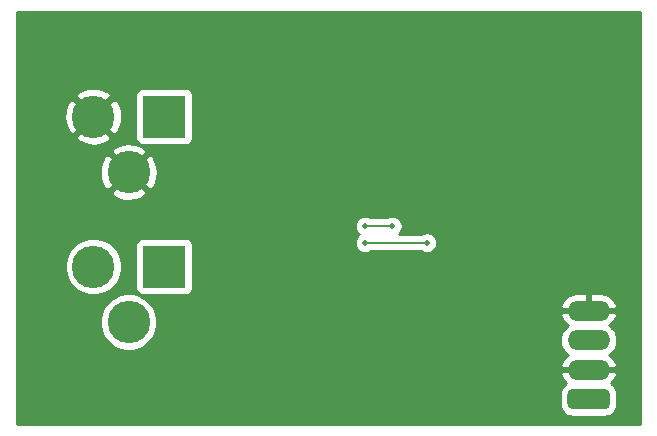
<source format=gbr>
%TF.GenerationSoftware,KiCad,Pcbnew,(5.1.6)-1*%
%TF.CreationDate,2020-10-06T11:55:27-05:00*%
%TF.ProjectId,desk_lamp,6465736b-5f6c-4616-9d70-2e6b69636164,rev?*%
%TF.SameCoordinates,Original*%
%TF.FileFunction,Copper,L2,Bot*%
%TF.FilePolarity,Positive*%
%FSLAX46Y46*%
G04 Gerber Fmt 4.6, Leading zero omitted, Abs format (unit mm)*
G04 Created by KiCad (PCBNEW (5.1.6)-1) date 2020-10-06 11:55:27*
%MOMM*%
%LPD*%
G01*
G04 APERTURE LIST*
%TA.AperFunction,ComponentPad*%
%ADD10C,3.600000*%
%TD*%
%TA.AperFunction,ComponentPad*%
%ADD11R,3.600000X3.600000*%
%TD*%
%TA.AperFunction,ComponentPad*%
%ADD12O,3.600000X1.700000*%
%TD*%
%TA.AperFunction,ViaPad*%
%ADD13C,0.508000*%
%TD*%
%TA.AperFunction,ViaPad*%
%ADD14C,1.000000*%
%TD*%
%TA.AperFunction,Conductor*%
%ADD15C,0.203200*%
%TD*%
%TA.AperFunction,Conductor*%
%ADD16C,0.254000*%
%TD*%
G04 APERTURE END LIST*
D10*
%TO.P,J2,3*%
%TO.N,Net-(J2-Pad2)*%
X60754000Y-47626000D03*
%TO.P,J2,2*%
X57754000Y-42926000D03*
D11*
%TO.P,J2,1*%
%TO.N,+12V*%
X63754000Y-42926000D03*
%TD*%
D10*
%TO.P,J1,3*%
%TO.N,GND*%
X60754000Y-34926000D03*
%TO.P,J1,2*%
X57754000Y-30226000D03*
D11*
%TO.P,J1,1*%
%TO.N,+12V*%
X63754000Y-30226000D03*
%TD*%
D12*
%TO.P,J3,4*%
%TO.N,GND*%
X99695000Y-46649000D03*
%TO.P,J3,3*%
%TO.N,I_SW1*%
X99695000Y-49149000D03*
%TO.P,J3,2*%
%TO.N,GND*%
X99695000Y-51649000D03*
%TO.P,J3,1*%
%TO.N,I_SW0*%
%TA.AperFunction,ComponentPad*%
G36*
G01*
X101070000Y-54999000D02*
X98320000Y-54999000D01*
G75*
G02*
X97895000Y-54574000I0J425000D01*
G01*
X97895000Y-53724000D01*
G75*
G02*
X98320000Y-53299000I425000J0D01*
G01*
X101070000Y-53299000D01*
G75*
G02*
X101495000Y-53724000I0J-425000D01*
G01*
X101495000Y-54574000D01*
G75*
G02*
X101070000Y-54999000I-425000J0D01*
G01*
G37*
%TD.AperFunction*%
%TD*%
D13*
%TO.N,GND*%
X100203000Y-25527000D03*
X86309200Y-25577800D03*
D14*
X67437000Y-42037000D03*
D13*
X70358000Y-32258000D03*
X78486000Y-39497000D03*
X72263000Y-36068000D03*
%TO.N,+3V3*%
X80772000Y-39497000D03*
X83058000Y-39497000D03*
%TO.N,Lamp_Control*%
X85979000Y-40894000D03*
X80772000Y-40894000D03*
%TD*%
D15*
%TO.N,+3V3*%
X80772000Y-39497000D02*
X83058000Y-39497000D01*
%TO.N,Lamp_Control*%
X85979000Y-40894000D02*
X80772000Y-40894000D01*
%TD*%
D16*
%TO.N,GND*%
G36*
X104013000Y-56261000D02*
G01*
X51308000Y-56261000D01*
X51308000Y-53724000D01*
X97256928Y-53724000D01*
X97256928Y-54574000D01*
X97277355Y-54781395D01*
X97337850Y-54980820D01*
X97436088Y-55164611D01*
X97568295Y-55325705D01*
X97729389Y-55457912D01*
X97913180Y-55556150D01*
X98112605Y-55616645D01*
X98320000Y-55637072D01*
X101070000Y-55637072D01*
X101277395Y-55616645D01*
X101476820Y-55556150D01*
X101660611Y-55457912D01*
X101821705Y-55325705D01*
X101953912Y-55164611D01*
X102052150Y-54980820D01*
X102112645Y-54781395D01*
X102133072Y-54574000D01*
X102133072Y-53724000D01*
X102112645Y-53516605D01*
X102052150Y-53317180D01*
X101953912Y-53133389D01*
X101821705Y-52972295D01*
X101660611Y-52840088D01*
X101587889Y-52801217D01*
X101784857Y-52609252D01*
X101950291Y-52368426D01*
X102065563Y-52099953D01*
X102086476Y-52005890D01*
X101965155Y-51776000D01*
X99822000Y-51776000D01*
X99822000Y-51796000D01*
X99568000Y-51796000D01*
X99568000Y-51776000D01*
X97424845Y-51776000D01*
X97303524Y-52005890D01*
X97324437Y-52099953D01*
X97439709Y-52368426D01*
X97605143Y-52609252D01*
X97802111Y-52801217D01*
X97729389Y-52840088D01*
X97568295Y-52972295D01*
X97436088Y-53133389D01*
X97337850Y-53317180D01*
X97277355Y-53516605D01*
X97256928Y-53724000D01*
X51308000Y-53724000D01*
X51308000Y-47386173D01*
X58319000Y-47386173D01*
X58319000Y-47865827D01*
X58412576Y-48336263D01*
X58596131Y-48779405D01*
X58862612Y-49178222D01*
X59201778Y-49517388D01*
X59600595Y-49783869D01*
X60043737Y-49967424D01*
X60514173Y-50061000D01*
X60993827Y-50061000D01*
X61464263Y-49967424D01*
X61907405Y-49783869D01*
X62306222Y-49517388D01*
X62645388Y-49178222D01*
X62664913Y-49149000D01*
X97252815Y-49149000D01*
X97281487Y-49440111D01*
X97366401Y-49720034D01*
X97504294Y-49978014D01*
X97689866Y-50204134D01*
X97915986Y-50389706D01*
X97940560Y-50402841D01*
X97814381Y-50484824D01*
X97605143Y-50688748D01*
X97439709Y-50929574D01*
X97324437Y-51198047D01*
X97303524Y-51292110D01*
X97424845Y-51522000D01*
X99568000Y-51522000D01*
X99568000Y-51502000D01*
X99822000Y-51502000D01*
X99822000Y-51522000D01*
X101965155Y-51522000D01*
X102086476Y-51292110D01*
X102065563Y-51198047D01*
X101950291Y-50929574D01*
X101784857Y-50688748D01*
X101575619Y-50484824D01*
X101449440Y-50402841D01*
X101474014Y-50389706D01*
X101700134Y-50204134D01*
X101885706Y-49978014D01*
X102023599Y-49720034D01*
X102108513Y-49440111D01*
X102137185Y-49149000D01*
X102108513Y-48857889D01*
X102023599Y-48577966D01*
X101885706Y-48319986D01*
X101700134Y-48093866D01*
X101474014Y-47908294D01*
X101449440Y-47895159D01*
X101575619Y-47813176D01*
X101784857Y-47609252D01*
X101950291Y-47368426D01*
X102065563Y-47099953D01*
X102086476Y-47005890D01*
X101965155Y-46776000D01*
X99822000Y-46776000D01*
X99822000Y-46796000D01*
X99568000Y-46796000D01*
X99568000Y-46776000D01*
X97424845Y-46776000D01*
X97303524Y-47005890D01*
X97324437Y-47099953D01*
X97439709Y-47368426D01*
X97605143Y-47609252D01*
X97814381Y-47813176D01*
X97940560Y-47895159D01*
X97915986Y-47908294D01*
X97689866Y-48093866D01*
X97504294Y-48319986D01*
X97366401Y-48577966D01*
X97281487Y-48857889D01*
X97252815Y-49149000D01*
X62664913Y-49149000D01*
X62911869Y-48779405D01*
X63095424Y-48336263D01*
X63189000Y-47865827D01*
X63189000Y-47386173D01*
X63095424Y-46915737D01*
X62911869Y-46472595D01*
X62791273Y-46292110D01*
X97303524Y-46292110D01*
X97424845Y-46522000D01*
X99568000Y-46522000D01*
X99568000Y-45164000D01*
X99822000Y-45164000D01*
X99822000Y-46522000D01*
X101965155Y-46522000D01*
X102086476Y-46292110D01*
X102065563Y-46198047D01*
X101950291Y-45929574D01*
X101784857Y-45688748D01*
X101575619Y-45484824D01*
X101330618Y-45325639D01*
X101059269Y-45217310D01*
X100772000Y-45164000D01*
X99822000Y-45164000D01*
X99568000Y-45164000D01*
X98618000Y-45164000D01*
X98330731Y-45217310D01*
X98059382Y-45325639D01*
X97814381Y-45484824D01*
X97605143Y-45688748D01*
X97439709Y-45929574D01*
X97324437Y-46198047D01*
X97303524Y-46292110D01*
X62791273Y-46292110D01*
X62645388Y-46073778D01*
X62306222Y-45734612D01*
X61907405Y-45468131D01*
X61464263Y-45284576D01*
X60993827Y-45191000D01*
X60514173Y-45191000D01*
X60043737Y-45284576D01*
X59600595Y-45468131D01*
X59201778Y-45734612D01*
X58862612Y-46073778D01*
X58596131Y-46472595D01*
X58412576Y-46915737D01*
X58319000Y-47386173D01*
X51308000Y-47386173D01*
X51308000Y-42686173D01*
X55319000Y-42686173D01*
X55319000Y-43165827D01*
X55412576Y-43636263D01*
X55596131Y-44079405D01*
X55862612Y-44478222D01*
X56201778Y-44817388D01*
X56600595Y-45083869D01*
X57043737Y-45267424D01*
X57514173Y-45361000D01*
X57993827Y-45361000D01*
X58464263Y-45267424D01*
X58907405Y-45083869D01*
X59306222Y-44817388D01*
X59645388Y-44478222D01*
X59911869Y-44079405D01*
X60095424Y-43636263D01*
X60189000Y-43165827D01*
X60189000Y-42686173D01*
X60095424Y-42215737D01*
X59911869Y-41772595D01*
X59645388Y-41373778D01*
X59397610Y-41126000D01*
X61315928Y-41126000D01*
X61315928Y-44726000D01*
X61328188Y-44850482D01*
X61364498Y-44970180D01*
X61423463Y-45080494D01*
X61502815Y-45177185D01*
X61599506Y-45256537D01*
X61709820Y-45315502D01*
X61829518Y-45351812D01*
X61954000Y-45364072D01*
X65554000Y-45364072D01*
X65678482Y-45351812D01*
X65798180Y-45315502D01*
X65908494Y-45256537D01*
X66005185Y-45177185D01*
X66084537Y-45080494D01*
X66143502Y-44970180D01*
X66179812Y-44850482D01*
X66192072Y-44726000D01*
X66192072Y-41126000D01*
X66179812Y-41001518D01*
X66143502Y-40881820D01*
X66084537Y-40771506D01*
X66005185Y-40674815D01*
X65908494Y-40595463D01*
X65798180Y-40536498D01*
X65678482Y-40500188D01*
X65554000Y-40487928D01*
X61954000Y-40487928D01*
X61829518Y-40500188D01*
X61709820Y-40536498D01*
X61599506Y-40595463D01*
X61502815Y-40674815D01*
X61423463Y-40771506D01*
X61364498Y-40881820D01*
X61328188Y-41001518D01*
X61315928Y-41126000D01*
X59397610Y-41126000D01*
X59306222Y-41034612D01*
X58907405Y-40768131D01*
X58464263Y-40584576D01*
X57993827Y-40491000D01*
X57514173Y-40491000D01*
X57043737Y-40584576D01*
X56600595Y-40768131D01*
X56201778Y-41034612D01*
X55862612Y-41373778D01*
X55596131Y-41772595D01*
X55412576Y-42215737D01*
X55319000Y-42686173D01*
X51308000Y-42686173D01*
X51308000Y-39409441D01*
X79883000Y-39409441D01*
X79883000Y-39584559D01*
X79917164Y-39756312D01*
X79984179Y-39918099D01*
X80081469Y-40063704D01*
X80205296Y-40187531D01*
X80217222Y-40195500D01*
X80205296Y-40203469D01*
X80081469Y-40327296D01*
X79984179Y-40472901D01*
X79917164Y-40634688D01*
X79883000Y-40806441D01*
X79883000Y-40981559D01*
X79917164Y-41153312D01*
X79984179Y-41315099D01*
X80081469Y-41460704D01*
X80205296Y-41584531D01*
X80350901Y-41681821D01*
X80512688Y-41748836D01*
X80684441Y-41783000D01*
X80859559Y-41783000D01*
X81031312Y-41748836D01*
X81193099Y-41681821D01*
X81269757Y-41630600D01*
X85481243Y-41630600D01*
X85557901Y-41681821D01*
X85719688Y-41748836D01*
X85891441Y-41783000D01*
X86066559Y-41783000D01*
X86238312Y-41748836D01*
X86400099Y-41681821D01*
X86545704Y-41584531D01*
X86669531Y-41460704D01*
X86766821Y-41315099D01*
X86833836Y-41153312D01*
X86868000Y-40981559D01*
X86868000Y-40806441D01*
X86833836Y-40634688D01*
X86766821Y-40472901D01*
X86669531Y-40327296D01*
X86545704Y-40203469D01*
X86400099Y-40106179D01*
X86238312Y-40039164D01*
X86066559Y-40005000D01*
X85891441Y-40005000D01*
X85719688Y-40039164D01*
X85557901Y-40106179D01*
X85481243Y-40157400D01*
X83654835Y-40157400D01*
X83748531Y-40063704D01*
X83845821Y-39918099D01*
X83912836Y-39756312D01*
X83947000Y-39584559D01*
X83947000Y-39409441D01*
X83912836Y-39237688D01*
X83845821Y-39075901D01*
X83748531Y-38930296D01*
X83624704Y-38806469D01*
X83479099Y-38709179D01*
X83317312Y-38642164D01*
X83145559Y-38608000D01*
X82970441Y-38608000D01*
X82798688Y-38642164D01*
X82636901Y-38709179D01*
X82560243Y-38760400D01*
X81269757Y-38760400D01*
X81193099Y-38709179D01*
X81031312Y-38642164D01*
X80859559Y-38608000D01*
X80684441Y-38608000D01*
X80512688Y-38642164D01*
X80350901Y-38709179D01*
X80205296Y-38806469D01*
X80081469Y-38930296D01*
X79984179Y-39075901D01*
X79917164Y-39237688D01*
X79883000Y-39409441D01*
X51308000Y-39409441D01*
X51308000Y-36631192D01*
X59228414Y-36631192D01*
X59420502Y-36977469D01*
X59846346Y-37198203D01*
X60307071Y-37331618D01*
X60784971Y-37372585D01*
X61261681Y-37319532D01*
X61718881Y-37174498D01*
X62087498Y-36977469D01*
X62279586Y-36631192D01*
X60754000Y-35105605D01*
X59228414Y-36631192D01*
X51308000Y-36631192D01*
X51308000Y-34956971D01*
X58307415Y-34956971D01*
X58360468Y-35433681D01*
X58505502Y-35890881D01*
X58702531Y-36259498D01*
X59048808Y-36451586D01*
X60574395Y-34926000D01*
X60933605Y-34926000D01*
X62459192Y-36451586D01*
X62805469Y-36259498D01*
X63026203Y-35833654D01*
X63159618Y-35372929D01*
X63200585Y-34895029D01*
X63147532Y-34418319D01*
X63002498Y-33961119D01*
X62805469Y-33592502D01*
X62459192Y-33400414D01*
X60933605Y-34926000D01*
X60574395Y-34926000D01*
X59048808Y-33400414D01*
X58702531Y-33592502D01*
X58481797Y-34018346D01*
X58348382Y-34479071D01*
X58307415Y-34956971D01*
X51308000Y-34956971D01*
X51308000Y-33220808D01*
X59228414Y-33220808D01*
X60754000Y-34746395D01*
X62279586Y-33220808D01*
X62087498Y-32874531D01*
X61661654Y-32653797D01*
X61200929Y-32520382D01*
X60723029Y-32479415D01*
X60246319Y-32532468D01*
X59789119Y-32677502D01*
X59420502Y-32874531D01*
X59228414Y-33220808D01*
X51308000Y-33220808D01*
X51308000Y-31931192D01*
X56228414Y-31931192D01*
X56420502Y-32277469D01*
X56846346Y-32498203D01*
X57307071Y-32631618D01*
X57784971Y-32672585D01*
X58261681Y-32619532D01*
X58718881Y-32474498D01*
X59087498Y-32277469D01*
X59279586Y-31931192D01*
X57754000Y-30405605D01*
X56228414Y-31931192D01*
X51308000Y-31931192D01*
X51308000Y-30256971D01*
X55307415Y-30256971D01*
X55360468Y-30733681D01*
X55505502Y-31190881D01*
X55702531Y-31559498D01*
X56048808Y-31751586D01*
X57574395Y-30226000D01*
X57933605Y-30226000D01*
X59459192Y-31751586D01*
X59805469Y-31559498D01*
X60026203Y-31133654D01*
X60159618Y-30672929D01*
X60200585Y-30195029D01*
X60147532Y-29718319D01*
X60002498Y-29261119D01*
X59805469Y-28892502D01*
X59459192Y-28700414D01*
X57933605Y-30226000D01*
X57574395Y-30226000D01*
X56048808Y-28700414D01*
X55702531Y-28892502D01*
X55481797Y-29318346D01*
X55348382Y-29779071D01*
X55307415Y-30256971D01*
X51308000Y-30256971D01*
X51308000Y-28520808D01*
X56228414Y-28520808D01*
X57754000Y-30046395D01*
X59279586Y-28520808D01*
X59226994Y-28426000D01*
X61315928Y-28426000D01*
X61315928Y-32026000D01*
X61328188Y-32150482D01*
X61364498Y-32270180D01*
X61423463Y-32380494D01*
X61502815Y-32477185D01*
X61599506Y-32556537D01*
X61709820Y-32615502D01*
X61829518Y-32651812D01*
X61954000Y-32664072D01*
X65554000Y-32664072D01*
X65678482Y-32651812D01*
X65798180Y-32615502D01*
X65908494Y-32556537D01*
X66005185Y-32477185D01*
X66084537Y-32380494D01*
X66143502Y-32270180D01*
X66179812Y-32150482D01*
X66192072Y-32026000D01*
X66192072Y-28426000D01*
X66179812Y-28301518D01*
X66143502Y-28181820D01*
X66084537Y-28071506D01*
X66005185Y-27974815D01*
X65908494Y-27895463D01*
X65798180Y-27836498D01*
X65678482Y-27800188D01*
X65554000Y-27787928D01*
X61954000Y-27787928D01*
X61829518Y-27800188D01*
X61709820Y-27836498D01*
X61599506Y-27895463D01*
X61502815Y-27974815D01*
X61423463Y-28071506D01*
X61364498Y-28181820D01*
X61328188Y-28301518D01*
X61315928Y-28426000D01*
X59226994Y-28426000D01*
X59087498Y-28174531D01*
X58661654Y-27953797D01*
X58200929Y-27820382D01*
X57723029Y-27779415D01*
X57246319Y-27832468D01*
X56789119Y-27977502D01*
X56420502Y-28174531D01*
X56228414Y-28520808D01*
X51308000Y-28520808D01*
X51308000Y-21336000D01*
X104013000Y-21336000D01*
X104013000Y-56261000D01*
G37*
X104013000Y-56261000D02*
X51308000Y-56261000D01*
X51308000Y-53724000D01*
X97256928Y-53724000D01*
X97256928Y-54574000D01*
X97277355Y-54781395D01*
X97337850Y-54980820D01*
X97436088Y-55164611D01*
X97568295Y-55325705D01*
X97729389Y-55457912D01*
X97913180Y-55556150D01*
X98112605Y-55616645D01*
X98320000Y-55637072D01*
X101070000Y-55637072D01*
X101277395Y-55616645D01*
X101476820Y-55556150D01*
X101660611Y-55457912D01*
X101821705Y-55325705D01*
X101953912Y-55164611D01*
X102052150Y-54980820D01*
X102112645Y-54781395D01*
X102133072Y-54574000D01*
X102133072Y-53724000D01*
X102112645Y-53516605D01*
X102052150Y-53317180D01*
X101953912Y-53133389D01*
X101821705Y-52972295D01*
X101660611Y-52840088D01*
X101587889Y-52801217D01*
X101784857Y-52609252D01*
X101950291Y-52368426D01*
X102065563Y-52099953D01*
X102086476Y-52005890D01*
X101965155Y-51776000D01*
X99822000Y-51776000D01*
X99822000Y-51796000D01*
X99568000Y-51796000D01*
X99568000Y-51776000D01*
X97424845Y-51776000D01*
X97303524Y-52005890D01*
X97324437Y-52099953D01*
X97439709Y-52368426D01*
X97605143Y-52609252D01*
X97802111Y-52801217D01*
X97729389Y-52840088D01*
X97568295Y-52972295D01*
X97436088Y-53133389D01*
X97337850Y-53317180D01*
X97277355Y-53516605D01*
X97256928Y-53724000D01*
X51308000Y-53724000D01*
X51308000Y-47386173D01*
X58319000Y-47386173D01*
X58319000Y-47865827D01*
X58412576Y-48336263D01*
X58596131Y-48779405D01*
X58862612Y-49178222D01*
X59201778Y-49517388D01*
X59600595Y-49783869D01*
X60043737Y-49967424D01*
X60514173Y-50061000D01*
X60993827Y-50061000D01*
X61464263Y-49967424D01*
X61907405Y-49783869D01*
X62306222Y-49517388D01*
X62645388Y-49178222D01*
X62664913Y-49149000D01*
X97252815Y-49149000D01*
X97281487Y-49440111D01*
X97366401Y-49720034D01*
X97504294Y-49978014D01*
X97689866Y-50204134D01*
X97915986Y-50389706D01*
X97940560Y-50402841D01*
X97814381Y-50484824D01*
X97605143Y-50688748D01*
X97439709Y-50929574D01*
X97324437Y-51198047D01*
X97303524Y-51292110D01*
X97424845Y-51522000D01*
X99568000Y-51522000D01*
X99568000Y-51502000D01*
X99822000Y-51502000D01*
X99822000Y-51522000D01*
X101965155Y-51522000D01*
X102086476Y-51292110D01*
X102065563Y-51198047D01*
X101950291Y-50929574D01*
X101784857Y-50688748D01*
X101575619Y-50484824D01*
X101449440Y-50402841D01*
X101474014Y-50389706D01*
X101700134Y-50204134D01*
X101885706Y-49978014D01*
X102023599Y-49720034D01*
X102108513Y-49440111D01*
X102137185Y-49149000D01*
X102108513Y-48857889D01*
X102023599Y-48577966D01*
X101885706Y-48319986D01*
X101700134Y-48093866D01*
X101474014Y-47908294D01*
X101449440Y-47895159D01*
X101575619Y-47813176D01*
X101784857Y-47609252D01*
X101950291Y-47368426D01*
X102065563Y-47099953D01*
X102086476Y-47005890D01*
X101965155Y-46776000D01*
X99822000Y-46776000D01*
X99822000Y-46796000D01*
X99568000Y-46796000D01*
X99568000Y-46776000D01*
X97424845Y-46776000D01*
X97303524Y-47005890D01*
X97324437Y-47099953D01*
X97439709Y-47368426D01*
X97605143Y-47609252D01*
X97814381Y-47813176D01*
X97940560Y-47895159D01*
X97915986Y-47908294D01*
X97689866Y-48093866D01*
X97504294Y-48319986D01*
X97366401Y-48577966D01*
X97281487Y-48857889D01*
X97252815Y-49149000D01*
X62664913Y-49149000D01*
X62911869Y-48779405D01*
X63095424Y-48336263D01*
X63189000Y-47865827D01*
X63189000Y-47386173D01*
X63095424Y-46915737D01*
X62911869Y-46472595D01*
X62791273Y-46292110D01*
X97303524Y-46292110D01*
X97424845Y-46522000D01*
X99568000Y-46522000D01*
X99568000Y-45164000D01*
X99822000Y-45164000D01*
X99822000Y-46522000D01*
X101965155Y-46522000D01*
X102086476Y-46292110D01*
X102065563Y-46198047D01*
X101950291Y-45929574D01*
X101784857Y-45688748D01*
X101575619Y-45484824D01*
X101330618Y-45325639D01*
X101059269Y-45217310D01*
X100772000Y-45164000D01*
X99822000Y-45164000D01*
X99568000Y-45164000D01*
X98618000Y-45164000D01*
X98330731Y-45217310D01*
X98059382Y-45325639D01*
X97814381Y-45484824D01*
X97605143Y-45688748D01*
X97439709Y-45929574D01*
X97324437Y-46198047D01*
X97303524Y-46292110D01*
X62791273Y-46292110D01*
X62645388Y-46073778D01*
X62306222Y-45734612D01*
X61907405Y-45468131D01*
X61464263Y-45284576D01*
X60993827Y-45191000D01*
X60514173Y-45191000D01*
X60043737Y-45284576D01*
X59600595Y-45468131D01*
X59201778Y-45734612D01*
X58862612Y-46073778D01*
X58596131Y-46472595D01*
X58412576Y-46915737D01*
X58319000Y-47386173D01*
X51308000Y-47386173D01*
X51308000Y-42686173D01*
X55319000Y-42686173D01*
X55319000Y-43165827D01*
X55412576Y-43636263D01*
X55596131Y-44079405D01*
X55862612Y-44478222D01*
X56201778Y-44817388D01*
X56600595Y-45083869D01*
X57043737Y-45267424D01*
X57514173Y-45361000D01*
X57993827Y-45361000D01*
X58464263Y-45267424D01*
X58907405Y-45083869D01*
X59306222Y-44817388D01*
X59645388Y-44478222D01*
X59911869Y-44079405D01*
X60095424Y-43636263D01*
X60189000Y-43165827D01*
X60189000Y-42686173D01*
X60095424Y-42215737D01*
X59911869Y-41772595D01*
X59645388Y-41373778D01*
X59397610Y-41126000D01*
X61315928Y-41126000D01*
X61315928Y-44726000D01*
X61328188Y-44850482D01*
X61364498Y-44970180D01*
X61423463Y-45080494D01*
X61502815Y-45177185D01*
X61599506Y-45256537D01*
X61709820Y-45315502D01*
X61829518Y-45351812D01*
X61954000Y-45364072D01*
X65554000Y-45364072D01*
X65678482Y-45351812D01*
X65798180Y-45315502D01*
X65908494Y-45256537D01*
X66005185Y-45177185D01*
X66084537Y-45080494D01*
X66143502Y-44970180D01*
X66179812Y-44850482D01*
X66192072Y-44726000D01*
X66192072Y-41126000D01*
X66179812Y-41001518D01*
X66143502Y-40881820D01*
X66084537Y-40771506D01*
X66005185Y-40674815D01*
X65908494Y-40595463D01*
X65798180Y-40536498D01*
X65678482Y-40500188D01*
X65554000Y-40487928D01*
X61954000Y-40487928D01*
X61829518Y-40500188D01*
X61709820Y-40536498D01*
X61599506Y-40595463D01*
X61502815Y-40674815D01*
X61423463Y-40771506D01*
X61364498Y-40881820D01*
X61328188Y-41001518D01*
X61315928Y-41126000D01*
X59397610Y-41126000D01*
X59306222Y-41034612D01*
X58907405Y-40768131D01*
X58464263Y-40584576D01*
X57993827Y-40491000D01*
X57514173Y-40491000D01*
X57043737Y-40584576D01*
X56600595Y-40768131D01*
X56201778Y-41034612D01*
X55862612Y-41373778D01*
X55596131Y-41772595D01*
X55412576Y-42215737D01*
X55319000Y-42686173D01*
X51308000Y-42686173D01*
X51308000Y-39409441D01*
X79883000Y-39409441D01*
X79883000Y-39584559D01*
X79917164Y-39756312D01*
X79984179Y-39918099D01*
X80081469Y-40063704D01*
X80205296Y-40187531D01*
X80217222Y-40195500D01*
X80205296Y-40203469D01*
X80081469Y-40327296D01*
X79984179Y-40472901D01*
X79917164Y-40634688D01*
X79883000Y-40806441D01*
X79883000Y-40981559D01*
X79917164Y-41153312D01*
X79984179Y-41315099D01*
X80081469Y-41460704D01*
X80205296Y-41584531D01*
X80350901Y-41681821D01*
X80512688Y-41748836D01*
X80684441Y-41783000D01*
X80859559Y-41783000D01*
X81031312Y-41748836D01*
X81193099Y-41681821D01*
X81269757Y-41630600D01*
X85481243Y-41630600D01*
X85557901Y-41681821D01*
X85719688Y-41748836D01*
X85891441Y-41783000D01*
X86066559Y-41783000D01*
X86238312Y-41748836D01*
X86400099Y-41681821D01*
X86545704Y-41584531D01*
X86669531Y-41460704D01*
X86766821Y-41315099D01*
X86833836Y-41153312D01*
X86868000Y-40981559D01*
X86868000Y-40806441D01*
X86833836Y-40634688D01*
X86766821Y-40472901D01*
X86669531Y-40327296D01*
X86545704Y-40203469D01*
X86400099Y-40106179D01*
X86238312Y-40039164D01*
X86066559Y-40005000D01*
X85891441Y-40005000D01*
X85719688Y-40039164D01*
X85557901Y-40106179D01*
X85481243Y-40157400D01*
X83654835Y-40157400D01*
X83748531Y-40063704D01*
X83845821Y-39918099D01*
X83912836Y-39756312D01*
X83947000Y-39584559D01*
X83947000Y-39409441D01*
X83912836Y-39237688D01*
X83845821Y-39075901D01*
X83748531Y-38930296D01*
X83624704Y-38806469D01*
X83479099Y-38709179D01*
X83317312Y-38642164D01*
X83145559Y-38608000D01*
X82970441Y-38608000D01*
X82798688Y-38642164D01*
X82636901Y-38709179D01*
X82560243Y-38760400D01*
X81269757Y-38760400D01*
X81193099Y-38709179D01*
X81031312Y-38642164D01*
X80859559Y-38608000D01*
X80684441Y-38608000D01*
X80512688Y-38642164D01*
X80350901Y-38709179D01*
X80205296Y-38806469D01*
X80081469Y-38930296D01*
X79984179Y-39075901D01*
X79917164Y-39237688D01*
X79883000Y-39409441D01*
X51308000Y-39409441D01*
X51308000Y-36631192D01*
X59228414Y-36631192D01*
X59420502Y-36977469D01*
X59846346Y-37198203D01*
X60307071Y-37331618D01*
X60784971Y-37372585D01*
X61261681Y-37319532D01*
X61718881Y-37174498D01*
X62087498Y-36977469D01*
X62279586Y-36631192D01*
X60754000Y-35105605D01*
X59228414Y-36631192D01*
X51308000Y-36631192D01*
X51308000Y-34956971D01*
X58307415Y-34956971D01*
X58360468Y-35433681D01*
X58505502Y-35890881D01*
X58702531Y-36259498D01*
X59048808Y-36451586D01*
X60574395Y-34926000D01*
X60933605Y-34926000D01*
X62459192Y-36451586D01*
X62805469Y-36259498D01*
X63026203Y-35833654D01*
X63159618Y-35372929D01*
X63200585Y-34895029D01*
X63147532Y-34418319D01*
X63002498Y-33961119D01*
X62805469Y-33592502D01*
X62459192Y-33400414D01*
X60933605Y-34926000D01*
X60574395Y-34926000D01*
X59048808Y-33400414D01*
X58702531Y-33592502D01*
X58481797Y-34018346D01*
X58348382Y-34479071D01*
X58307415Y-34956971D01*
X51308000Y-34956971D01*
X51308000Y-33220808D01*
X59228414Y-33220808D01*
X60754000Y-34746395D01*
X62279586Y-33220808D01*
X62087498Y-32874531D01*
X61661654Y-32653797D01*
X61200929Y-32520382D01*
X60723029Y-32479415D01*
X60246319Y-32532468D01*
X59789119Y-32677502D01*
X59420502Y-32874531D01*
X59228414Y-33220808D01*
X51308000Y-33220808D01*
X51308000Y-31931192D01*
X56228414Y-31931192D01*
X56420502Y-32277469D01*
X56846346Y-32498203D01*
X57307071Y-32631618D01*
X57784971Y-32672585D01*
X58261681Y-32619532D01*
X58718881Y-32474498D01*
X59087498Y-32277469D01*
X59279586Y-31931192D01*
X57754000Y-30405605D01*
X56228414Y-31931192D01*
X51308000Y-31931192D01*
X51308000Y-30256971D01*
X55307415Y-30256971D01*
X55360468Y-30733681D01*
X55505502Y-31190881D01*
X55702531Y-31559498D01*
X56048808Y-31751586D01*
X57574395Y-30226000D01*
X57933605Y-30226000D01*
X59459192Y-31751586D01*
X59805469Y-31559498D01*
X60026203Y-31133654D01*
X60159618Y-30672929D01*
X60200585Y-30195029D01*
X60147532Y-29718319D01*
X60002498Y-29261119D01*
X59805469Y-28892502D01*
X59459192Y-28700414D01*
X57933605Y-30226000D01*
X57574395Y-30226000D01*
X56048808Y-28700414D01*
X55702531Y-28892502D01*
X55481797Y-29318346D01*
X55348382Y-29779071D01*
X55307415Y-30256971D01*
X51308000Y-30256971D01*
X51308000Y-28520808D01*
X56228414Y-28520808D01*
X57754000Y-30046395D01*
X59279586Y-28520808D01*
X59226994Y-28426000D01*
X61315928Y-28426000D01*
X61315928Y-32026000D01*
X61328188Y-32150482D01*
X61364498Y-32270180D01*
X61423463Y-32380494D01*
X61502815Y-32477185D01*
X61599506Y-32556537D01*
X61709820Y-32615502D01*
X61829518Y-32651812D01*
X61954000Y-32664072D01*
X65554000Y-32664072D01*
X65678482Y-32651812D01*
X65798180Y-32615502D01*
X65908494Y-32556537D01*
X66005185Y-32477185D01*
X66084537Y-32380494D01*
X66143502Y-32270180D01*
X66179812Y-32150482D01*
X66192072Y-32026000D01*
X66192072Y-28426000D01*
X66179812Y-28301518D01*
X66143502Y-28181820D01*
X66084537Y-28071506D01*
X66005185Y-27974815D01*
X65908494Y-27895463D01*
X65798180Y-27836498D01*
X65678482Y-27800188D01*
X65554000Y-27787928D01*
X61954000Y-27787928D01*
X61829518Y-27800188D01*
X61709820Y-27836498D01*
X61599506Y-27895463D01*
X61502815Y-27974815D01*
X61423463Y-28071506D01*
X61364498Y-28181820D01*
X61328188Y-28301518D01*
X61315928Y-28426000D01*
X59226994Y-28426000D01*
X59087498Y-28174531D01*
X58661654Y-27953797D01*
X58200929Y-27820382D01*
X57723029Y-27779415D01*
X57246319Y-27832468D01*
X56789119Y-27977502D01*
X56420502Y-28174531D01*
X56228414Y-28520808D01*
X51308000Y-28520808D01*
X51308000Y-21336000D01*
X104013000Y-21336000D01*
X104013000Y-56261000D01*
%TD*%
M02*

</source>
